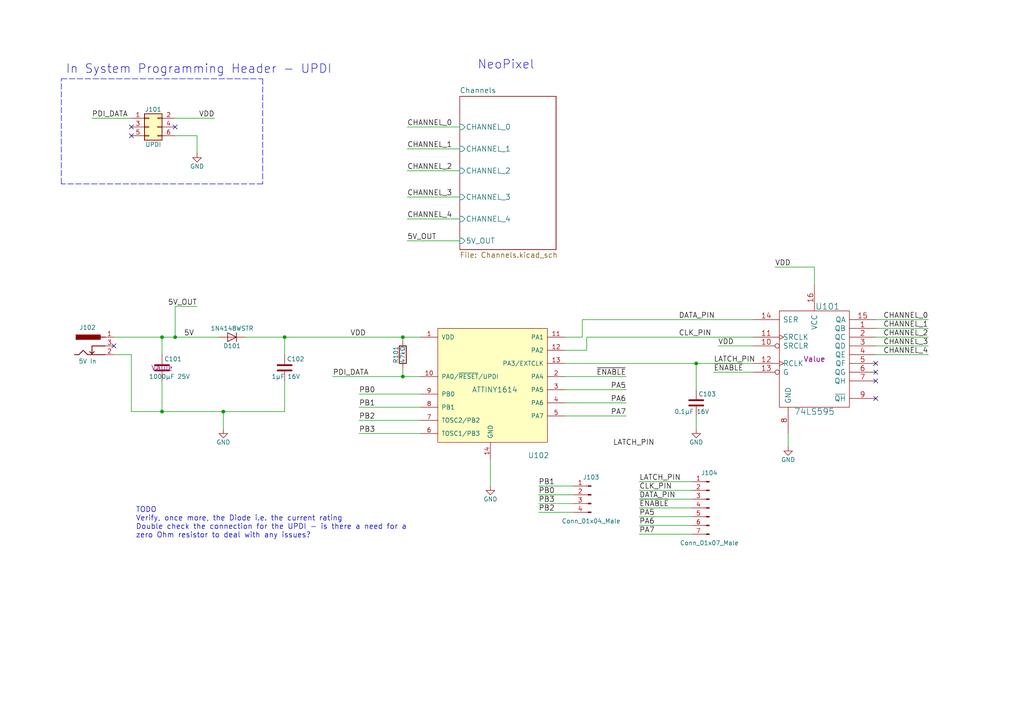
<source format=kicad_sch>
(kicad_sch (version 20231120) (generator "eeschema") (generator_version "8.0")
  (paper "A4")
  (title_block (title "Advent Sternal - NeoPixel Driver") (date "2017-10-25") (rev "2L_1") (company "SM"))
  (lib_symbols
    (symbol "FiveChannel-rescue:74LS596-RESCUE-FiveChannel" (pin_names (offset 1.016))
      (property "Reference" "U" (at 3.81 15.24 0))
      (property "Value" "74LS596-RESCUE-FiveChannel" (at 0 -15.24 0))
      (symbol "74LS596-RESCUE-FiveChannel_0_1"
        (rectangle (start -10.16 -13.97) (end 10.16 13.97))
      )
      (symbol "74LS596-RESCUE-FiveChannel_1_1"
        (pin tri_state line (at 17.78 8.89 180) (length 7.62) (name "QB") (number "1"))
        (pin input inverted (at -17.78 3.81 0) (length 7.62) (name "SRCLR") (number "10"))
        (pin input clock (at -17.78 6.35 0) (length 7.62) (name "SRCLK") (number "11"))
        (pin input clock (at -17.78 -1.27 0) (length 7.62) (name "RCLK") (number "12"))
        (pin input inverted (at -17.78 -3.81 0) (length 7.62) (name "G") (number "13"))
        (pin input line (at -17.78 11.43 0) (length 7.62) (name "SER") (number "14"))
        (pin tri_state line (at 17.78 11.43 180) (length 7.62) (name "QA") (number "15"))
        (pin power_in line (at 0 21.59 270) (length 7.62) (name "VCC") (number "16"))
        (pin tri_state line (at 17.78 6.35 180) (length 7.62) (name "QC") (number "2"))
        (pin tri_state line (at 17.78 3.81 180) (length 7.62) (name "QD") (number "3"))
        (pin tri_state line (at 17.78 1.27 180) (length 7.62) (name "QE") (number "4"))
        (pin tri_state line (at 17.78 -1.27 180) (length 7.62) (name "QF") (number "5"))
        (pin tri_state line (at 17.78 -3.81 180) (length 7.62) (name "QG") (number "6"))
        (pin tri_state line (at 17.78 -6.35 180) (length 7.62) (name "QH") (number "7"))
        (pin power_in line (at -7.62 -21.59 90) (length 7.62) (name "GND") (number "8"))
        (pin output line (at 17.78 -11.43 180) (length 7.62) (name "~{QH}") (number "9"))
      )
    )
    (symbol "FiveChannel-rescue:C" (pin_numbers hide) (pin_names (offset 0.254))
      (property "Reference" "C" (at 0.635 2.54 0))
      (property "Value" "C" (at 0.635 -2.54 0))
      (symbol "C_0_1"
        (polyline (pts (xy -2.032 -0.762) (xy 2.032 -0.762)) (stroke (width 0.508)))
        (polyline (pts (xy -2.032 0.762) (xy 2.032 0.762)) (stroke (width 0.508)))
      )
      (symbol "C_1_1"
        (pin passive line (at 0 3.81 270) (length 2.794) (name "~") (number "1"))
        (pin passive line (at 0 -3.81 90) (length 2.794) (name "~") (number "2"))
      )
    )
    (symbol "FiveChannel-rescue:Conn_01x04_Male" (pin_names (offset 1.016) hide)
      (property "Reference" "J" (at 0 5.08 0))
      (property "Value" "Conn_01x04_Male" (at 0 -7.62 0))
      (symbol "Conn_01x04_Male_1_1"
        (polyline (pts (xy 1.27 -5.08) (xy 0.8636 -5.08)) (stroke (width 0.1524)))
        (polyline (pts (xy 1.27 -2.54) (xy 0.8636 -2.54)) (stroke (width 0.1524)))
        (polyline (pts (xy 1.27 0) (xy 0.8636 0)) (stroke (width 0.1524)))
        (polyline (pts (xy 1.27 2.54) (xy 0.8636 2.54)) (stroke (width 0.1524)))
        (rectangle (start 0.8636 -4.953) (end 0 -5.207) (stroke (width 0.1524)) (fill (type outline)))
        (rectangle (start 0.8636 -2.413) (end 0 -2.667) (stroke (width 0.1524)) (fill (type outline)))
        (rectangle (start 0.8636 0.127) (end 0 -0.127) (stroke (width 0.1524)) (fill (type outline)))
        (rectangle (start 0.8636 2.667) (end 0 2.413) (stroke (width 0.1524)) (fill (type outline)))
        (pin passive line (at 5.08 2.54 180) (length 3.81) (name "Pin_1") (number "1"))
        (pin passive line (at 5.08 0 180) (length 3.81) (name "Pin_2") (number "2"))
        (pin passive line (at 5.08 -2.54 180) (length 3.81) (name "Pin_3") (number "3"))
        (pin passive line (at 5.08 -5.08 180) (length 3.81) (name "Pin_4") (number "4"))
      )
    )
    (symbol "FiveChannel-rescue:Conn_01x07_Male" (pin_names (offset 1.016) hide)
      (property "Reference" "J" (at 0 10.16 0))
      (property "Value" "Conn_01x07_Male" (at 0 -10.16 0))
      (symbol "Conn_01x07_Male_1_1"
        (polyline (pts (xy 1.27 -7.62) (xy 0.8636 -7.62)) (stroke (width 0.1524)))
        (polyline (pts (xy 1.27 -5.08) (xy 0.8636 -5.08)) (stroke (width 0.1524)))
        (polyline (pts (xy 1.27 -2.54) (xy 0.8636 -2.54)) (stroke (width 0.1524)))
        (polyline (pts (xy 1.27 0) (xy 0.8636 0)) (stroke (width 0.1524)))
        (polyline (pts (xy 1.27 2.54) (xy 0.8636 2.54)) (stroke (width 0.1524)))
        (polyline (pts (xy 1.27 5.08) (xy 0.8636 5.08)) (stroke (width 0.1524)))
        (polyline (pts (xy 1.27 7.62) (xy 0.8636 7.62)) (stroke (width 0.1524)))
        (rectangle (start 0.8636 -7.493) (end 0 -7.747) (stroke (width 0.1524)) (fill (type outline)))
        (rectangle (start 0.8636 -4.953) (end 0 -5.207) (stroke (width 0.1524)) (fill (type outline)))
        (rectangle (start 0.8636 -2.413) (end 0 -2.667) (stroke (width 0.1524)) (fill (type outline)))
        (rectangle (start 0.8636 0.127) (end 0 -0.127) (stroke (width 0.1524)) (fill (type outline)))
        (rectangle (start 0.8636 2.667) (end 0 2.413) (stroke (width 0.1524)) (fill (type outline)))
        (rectangle (start 0.8636 5.207) (end 0 4.953) (stroke (width 0.1524)) (fill (type outline)))
        (rectangle (start 0.8636 7.747) (end 0 7.493) (stroke (width 0.1524)) (fill (type outline)))
        (pin passive line (at 5.08 7.62 180) (length 3.81) (name "Pin_1") (number "1"))
        (pin passive line (at 5.08 5.08 180) (length 3.81) (name "Pin_2") (number "2"))
        (pin passive line (at 5.08 2.54 180) (length 3.81) (name "Pin_3") (number "3"))
        (pin passive line (at 5.08 0 180) (length 3.81) (name "Pin_4") (number "4"))
        (pin passive line (at 5.08 -2.54 180) (length 3.81) (name "Pin_5") (number "5"))
        (pin passive line (at 5.08 -5.08 180) (length 3.81) (name "Pin_6") (number "6"))
        (pin passive line (at 5.08 -7.62 180) (length 3.81) (name "Pin_7") (number "7"))
      )
    )
    (symbol "FiveChannel-rescue:Conn_02x03_Odd_Even" (pin_names (offset 1.016) hide)
      (property "Reference" "J" (at 1.27 5.08 0))
      (property "Value" "Conn_02x03_Odd_Even" (at 1.27 -5.08 0))
      (symbol "Conn_02x03_Odd_Even_1_1"
        (rectangle (start -1.27 -2.413) (end 0 -2.667) (stroke (width 0.1524)))
        (rectangle (start -1.27 0.127) (end 0 -0.127) (stroke (width 0.1524)))
        (rectangle (start -1.27 2.667) (end 0 2.413) (stroke (width 0.1524)))
        (rectangle (start -1.27 3.81) (end 3.81 -3.81) (stroke (width 0.254)) (fill (type background)))
        (rectangle (start 3.81 -2.413) (end 2.54 -2.667) (stroke (width 0.1524)))
        (rectangle (start 3.81 0.127) (end 2.54 -0.127) (stroke (width 0.1524)))
        (rectangle (start 3.81 2.667) (end 2.54 2.413) (stroke (width 0.1524)))
        (pin passive line (at -5.08 2.54 0) (length 3.81) (name "Pin_1") (number "1"))
        (pin passive line (at 7.62 2.54 180) (length 3.81) (name "Pin_2") (number "2"))
        (pin passive line (at -5.08 0 0) (length 3.81) (name "Pin_3") (number "3"))
        (pin passive line (at 7.62 0 180) (length 3.81) (name "Pin_4") (number "4"))
        (pin passive line (at -5.08 -2.54 0) (length 3.81) (name "Pin_5") (number "5"))
        (pin passive line (at 7.62 -2.54 180) (length 3.81) (name "Pin_6") (number "6"))
      )
    )
    (symbol "FiveChannel-rescue:D" (pin_numbers hide) (pin_names (offset 1.016) hide)
      (property "Reference" "D" (at 0 2.54 0))
      (property "Value" "D" (at 0 -2.54 0))
      (symbol "D_0_1"
        (polyline (pts (xy -1.27 1.27) (xy -1.27 -1.27)) (stroke (width 0.2032)))
        (polyline (pts (xy 1.27 0) (xy -1.27 0)))
        (polyline (pts (xy 1.27 1.27) (xy 1.27 -1.27) (xy -1.27 0) (xy 1.27 1.27)) (stroke (width 0.2032)))
      )
      (symbol "D_1_1"
        (pin passive line (at -3.81 0 0) (length 2.54) (name "K") (number "1"))
        (pin passive line (at 3.81 0 180) (length 2.54) (name "A") (number "2"))
      )
    )
    (symbol "FiveChannel-rescue:GND" (power) (pin_names (offset 0))
      (property "Value" "GND" (at 0 -3.81 0))
      (symbol "GND_0_1"
        (polyline (pts (xy 0 0) (xy 0 -1.27) (xy 1.27 -1.27) (xy 0 -2.54) (xy -1.27 -1.27) (xy 0 -1.27)))
      )
      (symbol "GND_1_1"
        (pin power_in line (at 0 0 270) (length 0) hide (name "GND") (number "1"))
      )
    )
    (symbol "FiveChannel-rescue:Jack-DC" (pin_names (offset 1.016))
      (property "Reference" "J" (at 0 5.334 0))
      (property "Value" "Jack-DC" (at 0 -4.445 0))
      (symbol "Jack-DC_0_1"
        (arc (start -3.302 1.905) (mid -2.667 2.54) (end -3.302 3.175) (stroke (width 0.254)))
        (arc (start -3.302 1.905) (mid -2.667 2.54) (end -3.302 3.175) (stroke (width 0.254)) (fill (type outline)))
        (polyline (pts (xy 1.27 -2.286) (xy 1.905 -1.651)) (stroke (width 0.254)))
        (polyline (pts (xy 5.08 2.54) (xy 3.81 2.54)) (stroke (width 0.254)))
        (polyline (pts (xy 5.08 0) (xy 1.27 0) (xy 1.27 -2.286) (xy 0.635 -1.651)) (stroke (width 0.254)))
        (polyline (pts (xy -3.81 -2.54) (xy -2.54 -2.54) (xy -1.27 -1.27) (xy 0 -2.54) (xy 2.54 -2.54) (xy 5.08 -2.54)) (stroke (width 0.254)))
        (rectangle (start 3.683 3.175) (end -3.302 1.905) (stroke (width 0.254)) (fill (type outline)))
      )
      (symbol "Jack-DC_1_1"
        (pin passive line (at 7.62 2.54 180) (length 2.54) (name "~") (number "1"))
        (pin passive line (at 7.62 -2.54 180) (length 2.54) (name "~") (number "2"))
        (pin passive line (at 7.62 0 180) (length 2.54) (name "~") (number "3"))
      )
    )
    (symbol "FiveChannel-rescue:R" (pin_numbers hide) (pin_names (offset 0))
      (property "Reference" "R" (at 2.032 0 90))
      (property "Value" "R" (at 0 0 90))
      (symbol "R_0_1"
        (rectangle (start -1.016 -2.54) (end 1.016 2.54) (stroke (width 0.254)))
      )
      (symbol "R_1_1"
        (pin passive line (at 0 3.81 270) (length 1.27) (name "~") (number "1"))
        (pin passive line (at 0 -3.81 90) (length 1.27) (name "~") (number "2"))
      )
    )
    (symbol "advent_sternla_attiny1614_symbols:ATTINY1614" (pin_names (offset 1.016))
      (property "Reference" "U" (at 13.97 -20.32 0))
      (property "Value" "ATTINY1614" (at 1.27 -1.27 0))
      (symbol "ATTINY1614_0_1"
        (rectangle (start -15.24 16.51) (end 16.51 -16.51) (fill (type background)))
      )
      (symbol "ATTINY1614_1_1"
        (pin input line (at -20.32 13.97 0) (length 5.08) (name "VDD") (number "1"))
        (pin input line (at -20.32 2.54 0) (length 5.08) (name "PA0/~{RESET}/UPDI") (number "10"))
        (pin input line (at 21.59 13.97 180) (length 5.08) (name "PA1") (number "11"))
        (pin input line (at 21.59 10.16 180) (length 5.08) (name "PA2") (number "12"))
        (pin input line (at 21.59 6.35 180) (length 5.08) (name "PA3/EXTCLK") (number "13"))
        (pin input line (at 0 -21.59 90) (length 5.08) (name "GND") (number "14"))
        (pin input line (at 21.59 2.54 180) (length 5.08) (name "PA4") (number "2"))
        (pin input line (at 21.59 -1.27 180) (length 5.08) (name "PA5") (number "3"))
        (pin input line (at 21.59 -5.08 180) (length 5.08) (name "PA6") (number "4"))
        (pin input line (at 21.59 -8.89 180) (length 5.08) (name "PA7") (number "5"))
        (pin input line (at -20.32 -13.97 0) (length 5.08) (name "TOSC1/PB3") (number "6"))
        (pin input line (at -20.32 -10.16 0) (length 5.08) (name "TOSC2/PB2") (number "7"))
        (pin input line (at -20.32 -6.35 0) (length 5.08) (name "PB1") (number "8"))
        (pin input line (at -20.32 -2.54 0) (length 5.08) (name "PB0") (number "9"))
      )
    )
  )
  (junction (at 201.93 105.41))
  (junction (at 116.84 109.22))
  (junction (at 82.55 97.79))
  (junction (at 50.8 97.79))
  (junction (at 64.77 119.38))
  (junction (at 46.99 97.79))
  (junction (at 116.84 97.79))
  (junction (at 46.99 119.38))
  (no_connect (at 38.1 39.37))
  (no_connect (at 33.02 100.33))
  (no_connect (at 254 110.49))
  (no_connect (at 254 115.57))
  (no_connect (at 38.1 36.83))
  (no_connect (at 50.8 36.83))
  (no_connect (at 254 105.41))
  (no_connect (at 254 107.95))
  (wire (pts (xy 170.18 97.79) (xy 218.44 97.79)))
  (wire (pts (xy 82.55 119.38) (xy 82.55 110.49)))
  (polyline (pts (xy 76.2 22.86) (xy 76.2 53.34)) (stroke (width 0) (type dash)))
  (wire (pts (xy 38.1 102.87) (xy 33.02 102.87)))
  (wire (pts (xy 166.37 148.59) (xy 156.21 148.59)))
  (polyline (pts (xy 76.2 53.34) (xy 17.78 53.34)) (stroke (width 0) (type dash)))
  (wire (pts (xy 116.84 97.79) (xy 121.92 97.79)))
  (wire (pts (xy 208.28 100.33) (xy 218.44 100.33)))
  (wire (pts (xy 133.35 69.85) (xy 118.11 69.85)))
  (polyline (pts (xy 17.78 22.86) (xy 76.2 22.86)) (stroke (width 0) (type dash)))
  (wire (pts (xy 50.8 39.37) (xy 57.15 39.37)))
  (wire (pts (xy 168.91 92.71) (xy 218.44 92.71)))
  (wire (pts (xy 163.83 113.03) (xy 181.61 113.03)))
  (wire (pts (xy 121.92 118.11) (xy 104.14 118.11)))
  (wire (pts (xy 116.84 109.22) (xy 116.84 106.68)))
  (wire (pts (xy 200.66 152.4) (xy 185.42 152.4)))
  (wire (pts (xy 200.66 154.94) (xy 185.42 154.94)))
  (wire (pts (xy 133.35 43.18) (xy 118.11 43.18)))
  (wire (pts (xy 163.83 97.79) (xy 168.91 97.79)))
  (wire (pts (xy 200.66 144.78) (xy 185.42 144.78)))
  (wire (pts (xy 218.44 107.95) (xy 207.01 107.95)))
  (wire (pts (xy 236.22 82.55) (xy 236.22 77.47)))
  (wire (pts (xy 33.02 97.79) (xy 46.99 97.79)))
  (wire (pts (xy 82.55 97.79) (xy 82.55 102.87)))
  (wire (pts (xy 121.92 114.3) (xy 104.14 114.3)))
  (wire (pts (xy 254 102.87) (xy 269.24 102.87)))
  (wire (pts (xy 254 100.33) (xy 269.24 100.33)))
  (wire (pts (xy 163.83 109.22) (xy 181.61 109.22)))
  (wire (pts (xy 46.99 119.38) (xy 64.77 119.38)))
  (wire (pts (xy 254 97.79) (xy 269.24 97.79)))
  (wire (pts (xy 50.8 97.79) (xy 63.5 97.79)))
  (wire (pts (xy 121.92 121.92) (xy 104.14 121.92)))
  (wire (pts (xy 166.37 143.51) (xy 156.21 143.51)))
  (polyline (pts (xy 17.78 53.34) (xy 17.78 22.86)) (stroke (width 0) (type dash)))
  (wire (pts (xy 38.1 34.29) (xy 26.67 34.29)))
  (wire (pts (xy 201.93 105.41) (xy 201.93 113.03)))
  (wire (pts (xy 228.6 125.73) (xy 228.6 129.54)))
  (wire (pts (xy 46.99 110.49) (xy 46.99 119.38)))
  (wire (pts (xy 96.52 109.22) (xy 116.84 109.22)))
  (wire (pts (xy 254 92.71) (xy 269.24 92.71)))
  (wire (pts (xy 142.24 140.97) (xy 142.24 133.35)))
  (wire (pts (xy 38.1 119.38) (xy 46.99 119.38)))
  (wire (pts (xy 200.66 149.86) (xy 185.42 149.86)))
  (wire (pts (xy 46.99 97.79) (xy 46.99 102.87)))
  (wire (pts (xy 50.8 88.9) (xy 57.15 88.9)))
  (wire (pts (xy 64.77 119.38) (xy 64.77 124.46)))
  (wire (pts (xy 200.66 147.32) (xy 185.42 147.32)))
  (wire (pts (xy 166.37 140.97) (xy 156.21 140.97)))
  (wire (pts (xy 82.55 97.79) (xy 116.84 97.79)))
  (wire (pts (xy 170.18 101.6) (xy 170.18 97.79)))
  (wire (pts (xy 116.84 99.06) (xy 116.84 97.79)))
  (wire (pts (xy 200.66 142.24) (xy 185.42 142.24)))
  (wire (pts (xy 254 95.25) (xy 269.24 95.25)))
  (wire (pts (xy 133.35 63.5) (xy 118.11 63.5)))
  (wire (pts (xy 163.83 116.84) (xy 181.61 116.84)))
  (wire (pts (xy 46.99 97.79) (xy 50.8 97.79)))
  (wire (pts (xy 236.22 77.47) (xy 224.79 77.47)))
  (wire (pts (xy 121.92 125.73) (xy 104.14 125.73)))
  (wire (pts (xy 201.93 105.41) (xy 218.44 105.41)))
  (wire (pts (xy 133.35 49.53) (xy 118.11 49.53)))
  (wire (pts (xy 163.83 101.6) (xy 170.18 101.6)))
  (wire (pts (xy 200.66 139.7) (xy 185.42 139.7)))
  (wire (pts (xy 201.93 124.46) (xy 201.93 120.65)))
  (wire (pts (xy 133.35 57.15) (xy 118.11 57.15)))
  (wire (pts (xy 50.8 34.29) (xy 62.23 34.29)))
  (wire (pts (xy 71.12 97.79) (xy 82.55 97.79)))
  (wire (pts (xy 168.91 97.79) (xy 168.91 92.71)))
  (wire (pts (xy 64.77 119.38) (xy 82.55 119.38)))
  (wire (pts (xy 163.83 120.65) (xy 181.61 120.65)))
  (wire (pts (xy 57.15 39.37) (xy 57.15 44.45)))
  (wire (pts (xy 38.1 119.38) (xy 38.1 102.87)))
  (wire (pts (xy 133.35 36.83) (xy 118.11 36.83)))
  (wire (pts (xy 116.84 109.22) (xy 121.92 109.22)))
  (wire (pts (xy 163.83 105.41) (xy 201.93 105.41)))
  (wire (pts (xy 166.37 146.05) (xy 156.21 146.05)))
  (wire (pts (xy 50.8 97.79) (xy 50.8 88.9)))
  (text "TODO \nVerify, once more, the Diode i.e. the current rating\nDouble check the connection for the UPDI - is there a need for a \nzero Ohm resistor to deal with any issues?" (at 39.37 156.21 0) (effects (font (size 1.524 1.524)) (justify left bottom)))
  (text "In System Programming Header - UPDI" (at 19.05 21.59 0) (effects (font (size 2.54 2.54)) (justify left bottom)))
  (text "NeoPixel" (at 138.43 20.32 0) (effects (font (size 2.54 2.54)) (justify left bottom)))
  (label "PDI_DATA" (at 96.52 109.22 0) (effects (font (size 1.524 1.524))))
  (label "PA6" (at 181.61 116.84 180) (effects (font (size 1.524 1.524))))
  (label "LATCH_PIN" (at 207.01 105.41 0) (effects (font (size 1.524 1.524))))
  (label "CHANNEL_4" (at 118.11 63.5 0) (effects (font (size 1.524 1.524))))
  (label "CLK_PIN" (at 185.42 142.24 0) (effects (font (size 1.524 1.524))))
  (label "PB1" (at 156.21 140.97 0) (effects (font (size 1.524 1.524))))
  (label "CHANNEL_3" (at 269.24 100.33 180) (effects (font (size 1.524 1.524))))
  (label "PB3" (at 104.14 125.73 0) (effects (font (size 1.524 1.524))))
  (label "5V_OUT" (at 118.11 69.85 0) (effects (font (size 1.524 1.524))))
  (label "VDD" (at 224.79 77.47 0) (effects (font (size 1.524 1.524))))
  (label "CHANNEL_0" (at 269.24 92.71 180) (effects (font (size 1.524 1.524))))
  (label "CHANNEL_2" (at 269.24 97.79 180) (effects (font (size 1.524 1.524))))
  (label "CHANNEL_4" (at 269.24 102.87 180) (effects (font (size 1.524 1.524))))
  (label "5V_OUT" (at 57.15 88.9 180) (effects (font (size 1.524 1.524))))
  (label "VDD" (at 208.28 100.33 0) (effects (font (size 1.524 1.524))))
  (label "5V" (at 53.34 97.79 0) (effects (font (size 1.524 1.524))))
  (label "PB3" (at 156.21 146.05 0) (effects (font (size 1.524 1.524))))
  (label "VDD" (at 101.6 97.79 0) (effects (font (size 1.524 1.524))))
  (label "CHANNEL_0" (at 118.11 36.83 0) (effects (font (size 1.524 1.524))))
  (label "LATCH_PIN" (at 185.42 139.7 0) (effects (font (size 1.524 1.524))))
  (label "CLK_PIN" (at 196.85 97.79 0) (effects (font (size 1.524 1.524))))
  (label "PA7" (at 181.61 120.65 180) (effects (font (size 1.524 1.524))))
  (label "DATA_PIN" (at 196.85 92.71 0) (effects (font (size 1.524 1.524))))
  (label "VDD" (at 62.23 34.29 180) (effects (font (size 1.524 1.524))))
  (label "CHANNEL_3" (at 118.11 57.15 0) (effects (font (size 1.524 1.524))))
  (label "PA6" (at 185.42 152.4 0) (effects (font (size 1.524 1.524))))
  (label "PB2" (at 156.21 148.59 0) (effects (font (size 1.524 1.524))))
  (label "LATCH_PIN" (at 177.8 129.54 0) (effects (font (size 1.524 1.524))))
  (label "PDI_DATA" (at 26.67 34.29 0) (effects (font (size 1.524 1.524))))
  (label "CHANNEL_1" (at 269.24 95.25 180) (effects (font (size 1.524 1.524))))
  (label "PB2" (at 104.14 121.92 0) (effects (font (size 1.524 1.524))))
  (label "CHANNEL_1" (at 118.11 43.18 0) (effects (font (size 1.524 1.524))))
  (label "PB1" (at 104.14 118.11 0) (effects (font (size 1.524 1.524))))
  (label "PA5" (at 185.42 149.86 0) (effects (font (size 1.524 1.524))))
  (label "PB0" (at 104.14 114.3 0) (effects (font (size 1.524 1.524))))
  (label "~{ENABLE}" (at 207.01 107.95 0) (effects (font (size 1.524 1.524))))
  (label "~{ENABLE}" (at 181.61 109.22 180) (effects (font (size 1.524 1.524))))
  (label "PA7" (at 185.42 154.94 0) (effects (font (size 1.524 1.524))))
  (label "PB0" (at 156.21 143.51 0) (effects (font (size 1.524 1.524))))
  (label "PA5" (at 181.61 113.03 180) (effects (font (size 1.524 1.524))))
  (label "~{ENABLE}" (at 185.42 147.32 0) (effects (font (size 1.524 1.524))))
  (label "DATA_PIN" (at 185.42 144.78 0) (effects (font (size 1.524 1.524))))
  (label "CHANNEL_2" (at 118.11 49.53 0) (effects (font (size 1.524 1.524))))
  (symbol (lib_id "advent_sternla_attiny1614_symbols:ATTINY1614") (at 142.24 111.76 0) (unit 1)
    (property "Reference" "U102" (at 156.21 132.08 0) (effects (font (size 1.524 1.524))))
    (property "Value" "ATTINY1614" (at 143.51 113.03 0) (effects (font (size 1.524 1.524))))
    (property "Footprint" "SMD_Packages:SOIC-14_N" (effects (hide yes)))
  )
  (symbol (lib_name "FiveChannel-rescue:R") (lib_id "FiveChannel-rescue:R") (at 116.84 102.87 180) (unit 1)
    (property "Reference" "R101" (at 114.808 102.87 90))
    (property "Value" "47kΩ" (at 116.84 102.87 90))
    (property "Footprint" "Resistors_SMD:R_0805_HandSoldering" (effects (hide yes)))
    (property "Link" "Value" (effects (hide yes)))
  )
  (symbol (lib_name "FiveChannel-rescue:GND") (lib_id "FiveChannel-rescue:GND") (at 142.24 140.97 0) (unit 1)
    (property "Reference" "#PWR01" (effects (hide yes)))
    (property "Value" "GND" (at 142.24 144.78 0))
  )
  (symbol (lib_name "FiveChannel-rescue:GND") (lib_id "FiveChannel-rescue:GND") (at 57.15 44.45 0) (unit 1)
    (property "Reference" "#PWR02" (effects (hide yes)))
    (property "Value" "GND" (at 57.15 48.26 0))
  )
  (symbol (lib_name "FiveChannel-rescue:GND") (lib_id "FiveChannel-rescue:GND") (at 64.77 124.46 0) (unit 1)
    (property "Reference" "#PWR03" (effects (hide yes)))
    (property "Value" "GND" (at 64.77 128.27 0))
  )
  (symbol (lib_name "FiveChannel-rescue:Conn_02x03_Odd_Even") (lib_id "FiveChannel-rescue:Conn_02x03_Odd_Even") (at 43.18 36.83 0) (unit 1)
    (property "Reference" "J101" (at 44.45 31.75 0))
    (property "Value" "UPDI" (at 44.45 41.91 0))
    (property "Footprint" "advent_sternla:PRG_TC2030-IDC-NL" (effects (hide yes)))
  )
  (symbol (lib_name "FiveChannel-rescue:C") (lib_id "FiveChannel-rescue:C") (at 82.55 106.68 0) (unit 1)
    (property "Reference" "C102" (at 83.185 104.14 0) (effects (justify left)))
    (property "Value" "1μF 16V" (at 78.74 109.22 0) (effects (justify left)))
    (property "Footprint" "Capacitors_SMD:C_0805_HandSoldering" (effects (hide yes)))
    (property "Link" "Value" (effects (hide yes)))
  )
  (symbol (lib_name "FiveChannel-rescue:Jack-DC") (lib_id "FiveChannel-rescue:Jack-DC") (at 25.4 100.33 0) (unit 1)
    (property "Reference" "J102" (at 25.4 94.996 0))
    (property "Value" "5V In" (at 25.4 104.775 0))
    (property "Footprint" "advent_sternla:CONN_PWR_JACK_1_3X3_5MM_SOLDER" (effects (hide yes)))
    (property "Datasheet" "http://www.cui.com/product/resource/pj-031dh.pdf" (effects (hide yes)))
    (property "MPN" "PJ-031DH" (effects (hide yes)))
    (property "Link" "https://www.digikey.de/scripts/DkSearch/dksus.dll?Detail&itemSeq=242071905&uq=636445427915242131" (effects (hide yes)))
  )
  (symbol (lib_name "FiveChannel-rescue:D") (lib_id "FiveChannel-rescue:D") (at 67.31 97.79 180) (unit 1)
    (property "Reference" "D101" (at 67.31 100.33 0))
    (property "Value" "1N4148WSTR" (at 67.31 95.25 0))
    (property "Footprint" "Diodes_SMD:D_SOD-123F" (effects (hide yes)))
    (property "Datasheet" "http://www.smc-diodes.com/propdf/1N4148WS%20N0572%20REV.B.pdf" (effects (hide yes)))
    (property "MPN" "1N4148WSTR" (effects (hide yes)))
    (property "ConradPN" "Value" (effects (hide yes)))
    (property "Label" "Value" (effects (hide yes)))
  )
  (symbol (lib_name "FiveChannel-rescue:74LS596-RESCUE-FiveChannel") (lib_id "FiveChannel-rescue:74LS596-RESCUE-FiveChannel") (at 236.22 104.14 0) (unit 1)
    (property "Reference" "U101" (at 240.03 88.9 0) (effects (font (size 1.778 1.778))))
    (property "Value" "74LS595" (at 236.22 119.38 0) (effects (font (size 1.778 1.778))))
    (property "Footprint" "Housings_SOIC:SOIC-16_3.9x9.9mm_Pitch1.27mm" (effects (hide yes)))
    (property "MPN" "Value" (effects (hide yes)))
    (property "Link" "Value" (effects (hide yes)))
    (property "Comp_Name" "Value" (at 236.22 104.14 0) (effects (font (size 1.524 1.524))))
    (property "ConradPN" "Value" (effects (hide yes)))
    (property "Label" "Value" (at 236.22 104.14 0) (effects (font (size 1.524 1.524))))
  )
  (symbol (lib_name "FiveChannel-rescue:GND") (lib_id "FiveChannel-rescue:GND") (at 228.6 129.54 0) (unit 1)
    (property "Reference" "#PWR04" (effects (hide yes)))
    (property "Value" "GND" (at 228.6 133.35 0))
  )
  (symbol (lib_name "FiveChannel-rescue:C") (lib_id "FiveChannel-rescue:C") (at 201.93 116.84 0) (unit 1)
    (property "Reference" "C103" (at 202.565 114.3 0) (effects (justify left)))
    (property "Value" "0.1μF 16V" (at 195.58 119.38 0) (effects (justify left)))
    (property "Footprint" "Capacitors_SMD:C_0805_HandSoldering" (effects (hide yes)))
    (property "Link" "Value" (effects (hide yes)))
  )
  (symbol (lib_name "FiveChannel-rescue:GND") (lib_id "FiveChannel-rescue:GND") (at 201.93 124.46 0) (unit 1)
    (property "Reference" "#PWR05" (effects (hide yes)))
    (property "Value" "GND" (at 201.93 128.27 0))
  )
  (symbol (lib_name "FiveChannel-rescue:C") (lib_id "FiveChannel-rescue:C") (at 46.99 106.68 0) (unit 1)
    (property "Reference" "C101" (at 47.625 104.14 0) (effects (justify left)))
    (property "Value" "1000μF 25V" (at 43.18 109.22 0) (effects (justify left)))
    (property "Footprint" "advent_sternla:CP_Radial_L21.0mm_D13.0mm_P5.00mm_Horizontal" (effects (hide yes)))
    (property "Link" "Value" (effects (hide yes)))
    (property "Comp_Name" "Value" (at 46.99 106.68 0) (effects (font (size 1.524 1.524))))
  )
  (symbol (lib_name "FiveChannel-rescue:Conn_01x04_Male") (lib_id "FiveChannel-rescue:Conn_01x04_Male") (at 171.45 143.51 0) (mirror y) (unit 1)
    (property "Reference" "J103" (at 171.45 138.43 0))
    (property "Value" "Conn_01x04_Male" (at 171.45 151.13 0))
    (property "Footprint" "Pin_Headers:Pin_Header_Angled_1x04_Pitch2.54mm" (effects (hide yes)))
  )
  (symbol (lib_name "FiveChannel-rescue:Conn_01x07_Male") (lib_id "FiveChannel-rescue:Conn_01x07_Male") (at 205.74 147.32 0) (mirror y) (unit 1)
    (property "Reference" "J104" (at 205.74 137.16 0))
    (property "Value" "Conn_01x07_Male" (at 205.74 157.48 0))
    (property "Footprint" "Pin_Headers:Pin_Header_Angled_1x07_Pitch2.54mm" (effects (hide yes)))
  )
  (sheet (at 133.35 27.94) (size 27.94 44.45)
    (property "Sheetname" "Channels" (at 133.35 27.1014 0) (effects (font (size 1.524 1.524)) (justify left bottom)))
    (property "Sheetfile" "Channels.kicad_sch" (at 133.35 73.0762 0) (effects (font (size 1.524 1.524)) (justify left top)))
    (pin "CHANNEL_0" input (at 133.35 36.83 180) (effects (font (size 1.524 1.524))))
    (pin "5V_OUT" input (at 133.35 69.85 180) (effects (font (size 1.524 1.524))))
    (pin "CHANNEL_1" input (at 133.35 43.18 180) (effects (font (size 1.524 1.524))))
    (pin "CHANNEL_2" input (at 133.35 49.53 180) (effects (font (size 1.524 1.524))))
    (pin "CHANNEL_3" input (at 133.35 57.15 180) (effects (font (size 1.524 1.524))))
    (pin "CHANNEL_4" input (at 133.35 63.5 180) (effects (font (size 1.524 1.524))))
  )
)
</source>
